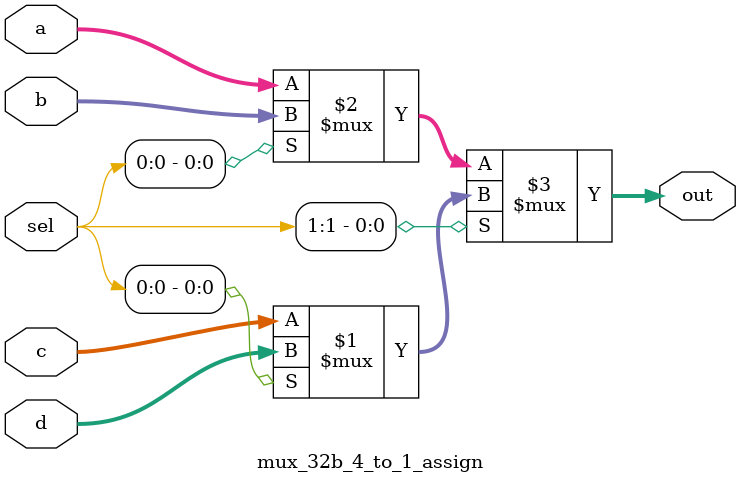
<source format=v>
`timescale 1ns / 1ps

module mux_32b_4_to_1_assign (
	input [31:0] a,
	input [31:0] b,
	input [31:0] c,
	input [31:0] d,
	input [1:0] sel, 
	output [31:0] out);
    
   assign out = sel[1] ? (sel[0] ? d : c) : (sel[0] ? b : a);  
  
endmodule
</source>
